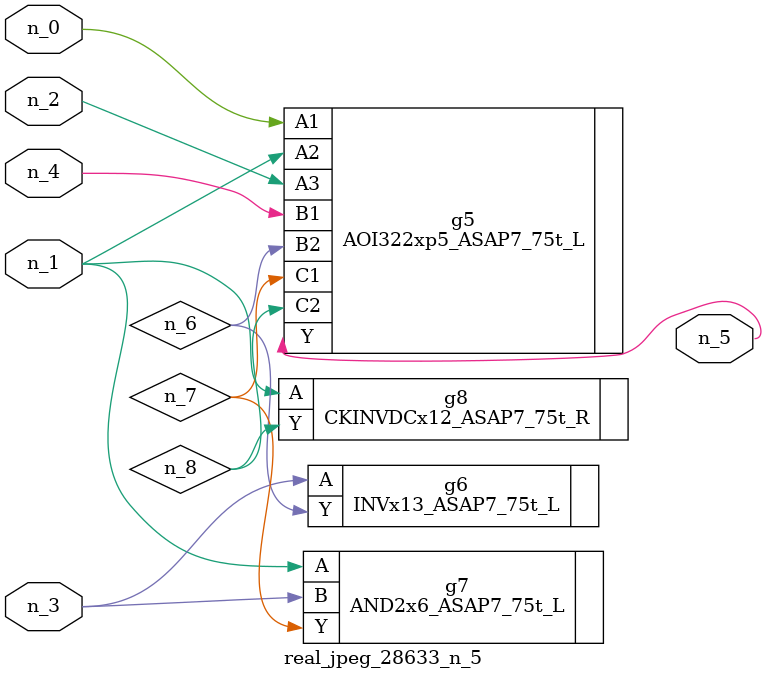
<source format=v>
module real_jpeg_28633_n_5 (n_4, n_0, n_1, n_2, n_3, n_5);

input n_4;
input n_0;
input n_1;
input n_2;
input n_3;

output n_5;

wire n_8;
wire n_6;
wire n_7;

AOI322xp5_ASAP7_75t_L g5 ( 
.A1(n_0),
.A2(n_1),
.A3(n_2),
.B1(n_4),
.B2(n_6),
.C1(n_7),
.C2(n_8),
.Y(n_5)
);

AND2x6_ASAP7_75t_L g7 ( 
.A(n_1),
.B(n_3),
.Y(n_7)
);

CKINVDCx12_ASAP7_75t_R g8 ( 
.A(n_1),
.Y(n_8)
);

INVx13_ASAP7_75t_L g6 ( 
.A(n_3),
.Y(n_6)
);


endmodule
</source>
